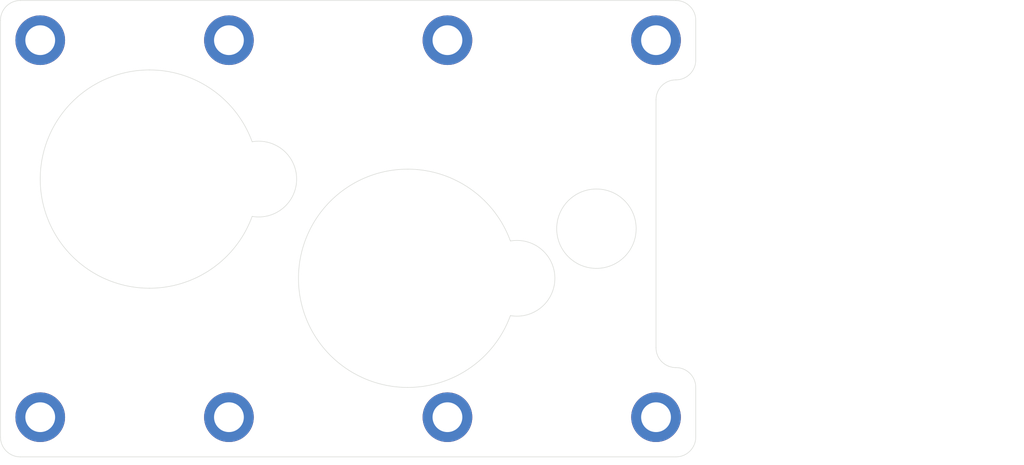
<source format=kicad_pcb>
(kicad_pcb (version 20240108) (generator "pcbnew") (generator_version "8.0")
  (layers (0 "F.Cu" signal) (31 "B.Cu" signal) (34 "B.Paste" user) (35 "F.Paste" user) (36 "B.SilkS" user "B.Silkscreen") (37 "F.SilkS" user "F.Silkscreen") (38 "B.Mask" user) (39 "F.Mask" user) (44 "Edge.Cuts" user))
  (net 0 "")
  (footprint "lib:interconnect-middle" (layer "F.Cu") (at 175 119)
    (property "Reference" "TP9" (hide yes))
    (property "Value" "TestPoint")
    (pad "1" thru_hole circle (at 0 0) (size 5 5) (drill 3) (layers "*.Cu" "*.Mask") (clearance 3))
  )
  (footprint "lib:interconnect-middle" (layer "F.Cu") (at 175 81)
    (property "Reference" "TP1" (hide yes))
    (property "Value" "BATT1+")
    (pad "1" thru_hole circle (at 0 0) (size 5 5) (drill 3) (layers "*.Cu" "*.Mask") (clearance 3))
  )
  (footprint "lib:interconnect-middle" (layer "F.Cu") (at 134 81)
    (property "Reference" "TP10" (hide yes))
    (property "Value" "TestPoint")
    (pad "1" thru_hole circle (at 0 0) (size 5 5) (drill 3) (layers "*.Cu" "*.Mask") (clearance 3))
  )
  (footprint "lib:interconnect-middle" (layer "F.Cu") (at 196 119)
    (property "Reference" "TP5" (hide yes))
    (property "Value" "TestPoint")
    (pad "1" thru_hole circle (at 0 0) (size 5 5) (drill 3) (layers "*.Cu" "*.Mask") (clearance 3))
  )
  (footprint "lib:interconnect-middle" (layer "F.Cu") (at 196 81)
    (property "Reference" "TP6" (hide yes))
    (property "Value" "TestPoint")
    (pad "1" thru_hole circle (at 0 0) (size 5 5) (drill 3) (layers "*.Cu" "*.Mask") (clearance 3))
  )
  (footprint "lib:interconnect-middle" (layer "F.Cu") (at 153 81)
    (property "Reference" "TP8" (hide yes))
    (property "Value" "TestPoint")
    (pad "1" thru_hole circle (at 0 0) (size 5 5) (drill 3) (layers "*.Cu" "*.Mask") (clearance 3))
  )
  (footprint "lib:interconnect-middle" (layer "F.Cu") (at 134 119)
    (property "Reference" "TP4" (hide yes))
    (property "Value" "BATT2+")
    (pad "1" thru_hole circle (at 0 0) (size 5 5) (drill 3) (layers "*.Cu" "*.Mask") (clearance 3))
  )
  (footprint "lib:interconnect-middle" (layer "F.Cu") (at 153 119)
    (property "Reference" "TP7" (hide yes))
    (property "Value" "TestPoint")
    (pad "1" thru_hole circle (at 0 0) (size 5 5) (drill 3) (layers "*.Cu" "*.Mask") (clearance 3))
  )
  (gr_arc (start 132 123) (mid 130.585786 122.414214) (end 130 121) (stroke (width 0.05)) (layer "Edge.Cuts"))
  (gr_arc (start 155.337728 91.240826) (mid 159.817066 95) (end 155.337728 98.759174) (stroke (width 0.05)) (layer "Edge.Cuts"))
  (gr_line (start 200 116) (end 200 121) (stroke (width 0.05)) (layer "Edge.Cuts"))
  (gr_arc (start 145 84) (mid 151.310669 85.990258) (end 155.337728 91.240826) (stroke (width 0.05)) (layer "Edge.Cuts"))
  (gr_arc (start 196 87) (mid 196.585786 85.585786) (end 198 85) (stroke (width 0.05)) (layer "Edge.Cuts"))
  (gr_line (start 198 77) (end 132 77) (stroke (width 0.05)) (layer "Edge.Cuts"))
  (gr_arc (start 181.337728 108.759174) (mid 177.310669 114.009743) (end 171 116) (stroke (width 0.05)) (layer "Edge.Cuts"))
  (gr_arc (start 155.337728 98.759174) (mid 151.310669 104.009743) (end 145 106) (stroke (width 0.05)) (layer "Edge.Cuts"))
  (gr_arc (start 198 114) (mid 199.414214 114.585786) (end 200 116) (stroke (width 0.05)) (layer "Edge.Cuts"))
  (gr_arc (start 171 94) (mid 177.310669 95.990258) (end 181.337728 101.240826) (stroke (width 0.05)) (layer "Edge.Cuts"))
  (gr_arc (start 200 121) (mid 199.414214 122.414214) (end 198 123) (stroke (width 0.05)) (layer "Edge.Cuts"))
  (gr_line (start 196 87) (end 196 112) (stroke (width 0.05)) (layer "Edge.Cuts"))
  (gr_arc (start 198 114) (mid 196.585786 113.414214) (end 196 112) (stroke (width 0.05)) (layer "Edge.Cuts"))
  (gr_line (start 130 121) (end 130 79) (stroke (width 0.05)) (layer "Edge.Cuts"))
  (gr_line (start 200 79) (end 200 83) (stroke (width 0.05)) (layer "Edge.Cuts"))
  (gr_arc (start 181.337728 101.240826) (mid 185.817066 105) (end 181.337728 108.759174) (stroke (width 0.05)) (layer "Edge.Cuts"))
  (gr_arc (start 200 83) (mid 199.414214 84.414214) (end 198 85) (stroke (width 0.05)) (layer "Edge.Cuts"))
  (gr_line (start 198 123) (end 132 123) (stroke (width 0.05)) (layer "Edge.Cuts"))
  (gr_arc (start 198 77) (mid 199.414214 77.585786) (end 200 79) (stroke (width 0.05)) (layer "Edge.Cuts"))
  (gr_arc (start 130 79) (mid 130.585786 77.585786) (end 132 77) (stroke (width 0.05)) (layer "Edge.Cuts"))
  (gr_arc (start 145 106) (mid 134 95) (end 145 84) (stroke (width 0.05)) (layer "Edge.Cuts"))
  (gr_circle (center 190 100) (end 194 100) (stroke (width 0.05)) (fill none) (layer "Edge.Cuts"))
  (gr_arc (start 171 116) (mid 160 105) (end 171 94) (stroke (width 0.05)) (layer "Edge.Cuts"))
)
</source>
